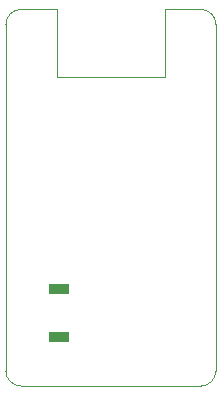
<source format=gbp>
G04 #@! TF.GenerationSoftware,KiCad,Pcbnew,8.0.0*
G04 #@! TF.CreationDate,2024-04-25T20:12:48+07:00*
G04 #@! TF.ProjectId,artemisia,61727465-6d69-4736-9961-2e6b69636164,2*
G04 #@! TF.SameCoordinates,Original*
G04 #@! TF.FileFunction,Paste,Bot*
G04 #@! TF.FilePolarity,Positive*
%FSLAX46Y46*%
G04 Gerber Fmt 4.6, Leading zero omitted, Abs format (unit mm)*
G04 Created by KiCad (PCBNEW 8.0.0) date 2024-04-25 20:12:48*
%MOMM*%
%LPD*%
G01*
G04 APERTURE LIST*
%ADD10R,1.700000X0.900000*%
G04 #@! TA.AperFunction,Profile*
%ADD11C,0.100000*%
G04 #@! TD*
G04 APERTURE END LIST*
D10*
X4500000Y-23650000D03*
X4500000Y-27750000D03*
D11*
X0Y-1270000D02*
X0Y-30607000D01*
X16510000Y0D02*
G75*
G02*
X17780000Y-1270000I0J-1270000D01*
G01*
X13462000Y-5711600D02*
X4318000Y-5711600D01*
X1270000Y-31877000D02*
G75*
G02*
X0Y-30607000I-3J1269997D01*
G01*
X0Y-1270000D02*
G75*
G02*
X1270000Y0I1270000J0D01*
G01*
X17780000Y-1270000D02*
X17780000Y-30607000D01*
X4318000Y-5711600D02*
X4318000Y0D01*
X13462000Y0D02*
X16510000Y0D01*
X1270000Y0D02*
X4318000Y0D01*
X1270000Y-31877000D02*
X16510000Y-31877000D01*
X13462000Y0D02*
X13462000Y-5711600D01*
X17780000Y-30607000D02*
G75*
G02*
X16510000Y-31877000I-1270000J0D01*
G01*
M02*

</source>
